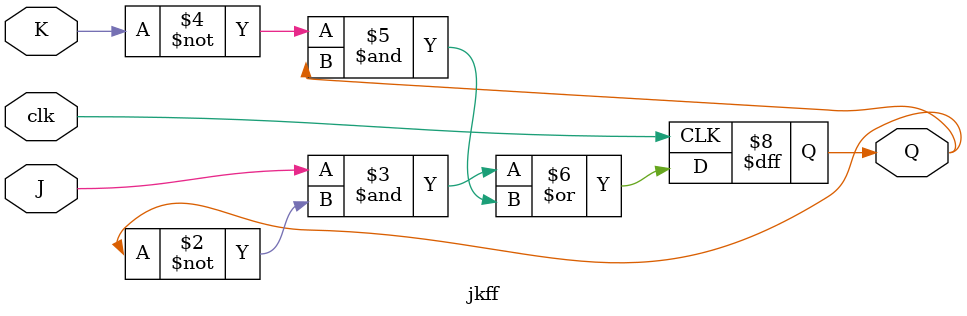
<source format=v>
`timescale 1ns / 1ps

module up_down_counter(input clk, S, output [3:0] Q);
	wire [3:0] q;
	
	jkff jk0(1,1,clk, q[0]);
	jkff jk1(((~Q[0])&(~S))|(Q[0]&S), ((~Q[0])&(~S))|(Q[0]&S), clk, q[1]);
	jkff jk2((~Q[1]&~Q[0]&~S)|(Q[1]&Q[0]&S), (~Q[1]&~Q[0]&~S)|(Q[1]&Q[0]&S), clk, q[2]);
	jkff jk3((~Q[2]&~Q[1]&~Q[0]&~S)|(Q[2]&Q[1]&Q[0]&S), 
(~Q[2]&~Q[1]&~Q[0]&~S)|(Q[2]&Q[1]&Q[0]&S), clk, q[3]);
	
	assign Q = q;
endmodule

module jkff(input J, K, clk, output reg Q);
	initial Q = 0;
	
	always @(posedge clk)
	begin
		Q = (J&(~Q))|((~K)&Q);
	end
endmodule
</source>
